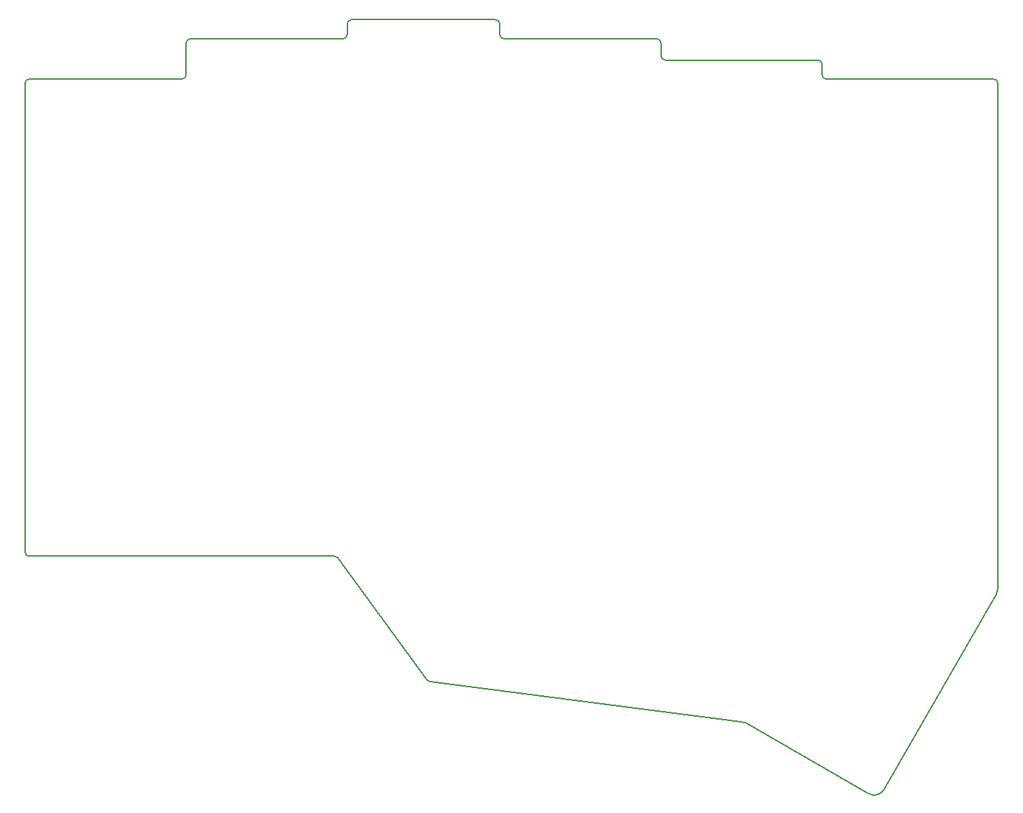
<source format=gm1>
G04 #@! TF.GenerationSoftware,KiCad,Pcbnew,(6.0.11)*
G04 #@! TF.CreationDate,2023-02-16T20:31:25+09:00*
G04 #@! TF.ProjectId,corne-cherry,636f726e-652d-4636-9865-7272792e6b69,2.1*
G04 #@! TF.SameCoordinates,Original*
G04 #@! TF.FileFunction,Profile,NP*
%FSLAX46Y46*%
G04 Gerber Fmt 4.6, Leading zero omitted, Abs format (unit mm)*
G04 Created by KiCad (PCBNEW (6.0.11)) date 2023-02-16 20:31:25*
%MOMM*%
%LPD*%
G01*
G04 APERTURE LIST*
G04 #@! TA.AperFunction,Profile*
%ADD10C,0.150000*%
G04 #@! TD*
G04 APERTURE END LIST*
D10*
X27000000Y-134750000D02*
X27000000Y-153750000D01*
X64500000Y-100500000D02*
X46500000Y-100500000D01*
X112075002Y-181149995D02*
G75*
G03*
X111420556Y-181020344I-987602J-3268605D01*
G01*
X27500000Y-105250000D02*
G75*
G03*
X27000000Y-105750000I0J-500000D01*
G01*
X112075000Y-181150000D02*
X126369251Y-189410956D01*
X74396447Y-176103553D02*
G75*
G03*
X74750000Y-176250000I353553J353553D01*
G01*
X102000000Y-101000000D02*
G75*
G03*
X101500000Y-100500000I-500000J0D01*
G01*
X63853553Y-161646447D02*
G75*
G03*
X63500000Y-161500000I-353553J-353553D01*
G01*
X45500000Y-105250000D02*
G75*
G03*
X46000000Y-104750000I0J500000D01*
G01*
X46000000Y-101000000D02*
X46000000Y-104750000D01*
X74750000Y-176250000D02*
X111420556Y-181020344D01*
X27000000Y-115750000D02*
X27000000Y-105750000D01*
X141750000Y-105750000D02*
G75*
G03*
X141250000Y-105250000I-500000J0D01*
G01*
X121000000Y-103500000D02*
G75*
G03*
X120500000Y-103000000I-500000J0D01*
G01*
X141750000Y-105750000D02*
X141750000Y-165225000D01*
X141250000Y-105250000D02*
X121500000Y-105250000D01*
X83000000Y-98750000D02*
G75*
G03*
X82500000Y-98250000I-500000J0D01*
G01*
X63500000Y-161500000D02*
X27500000Y-161500000D01*
X27000000Y-134750000D02*
X27000000Y-115750000D01*
X27000000Y-161000000D02*
G75*
G03*
X27500000Y-161500000I500000J0D01*
G01*
X45500000Y-105250000D02*
X27500000Y-105250000D01*
X82500000Y-98250000D02*
X65500000Y-98250000D01*
X27000000Y-153750000D02*
X27000000Y-161000000D01*
X128297263Y-189031465D02*
X141522764Y-166097696D01*
X120500000Y-103000000D02*
X102500000Y-103000000D01*
X141522772Y-166097701D02*
G75*
G03*
X141750000Y-165225000I-1475072J850001D01*
G01*
X83000000Y-100000000D02*
G75*
G03*
X83500000Y-100500000I500000J0D01*
G01*
X121000000Y-104750000D02*
G75*
G03*
X121500000Y-105250000I500000J0D01*
G01*
X102000000Y-102500000D02*
X102000000Y-101000000D01*
X121000000Y-103500000D02*
X121000000Y-104750000D01*
X65000000Y-98750000D02*
X65000000Y-100000000D01*
X102000000Y-102500000D02*
G75*
G03*
X102500000Y-103000000I500000J0D01*
G01*
X64500000Y-100500000D02*
G75*
G03*
X65000000Y-100000000I0J500000D01*
G01*
X83000000Y-100000000D02*
X83000000Y-98750000D01*
X126369221Y-189411001D02*
G75*
G03*
X128297263Y-189031465I774979J1150101D01*
G01*
X101500000Y-100500000D02*
X83500000Y-100500000D01*
X63853553Y-161646447D02*
X74396447Y-176103553D01*
X65500000Y-98250000D02*
G75*
G03*
X65000000Y-98750000I0J-500000D01*
G01*
X46500000Y-100500000D02*
G75*
G03*
X46000000Y-101000000I0J-500000D01*
G01*
M02*

</source>
